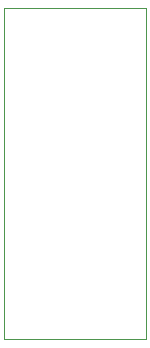
<source format=gbr>
%TF.GenerationSoftware,KiCad,Pcbnew,(6.0.9)*%
%TF.CreationDate,2022-11-21T17:19:20+00:00*%
%TF.ProjectId,DLSB-DRIVERBOARD-V1,444c5342-2d44-4524-9956-4552424f4152,rev?*%
%TF.SameCoordinates,Original*%
%TF.FileFunction,Profile,NP*%
%FSLAX46Y46*%
G04 Gerber Fmt 4.6, Leading zero omitted, Abs format (unit mm)*
G04 Created by KiCad (PCBNEW (6.0.9)) date 2022-11-21 17:19:20*
%MOMM*%
%LPD*%
G01*
G04 APERTURE LIST*
%TA.AperFunction,Profile*%
%ADD10C,0.100000*%
%TD*%
G04 APERTURE END LIST*
D10*
X6000000Y-14000000D02*
X-6000000Y-14000000D01*
X-6000000Y-14000000D02*
X-6000000Y14000000D01*
X-6000000Y14000000D02*
X6000000Y14000000D01*
X6000000Y14000000D02*
X6000000Y-14000000D01*
M02*

</source>
